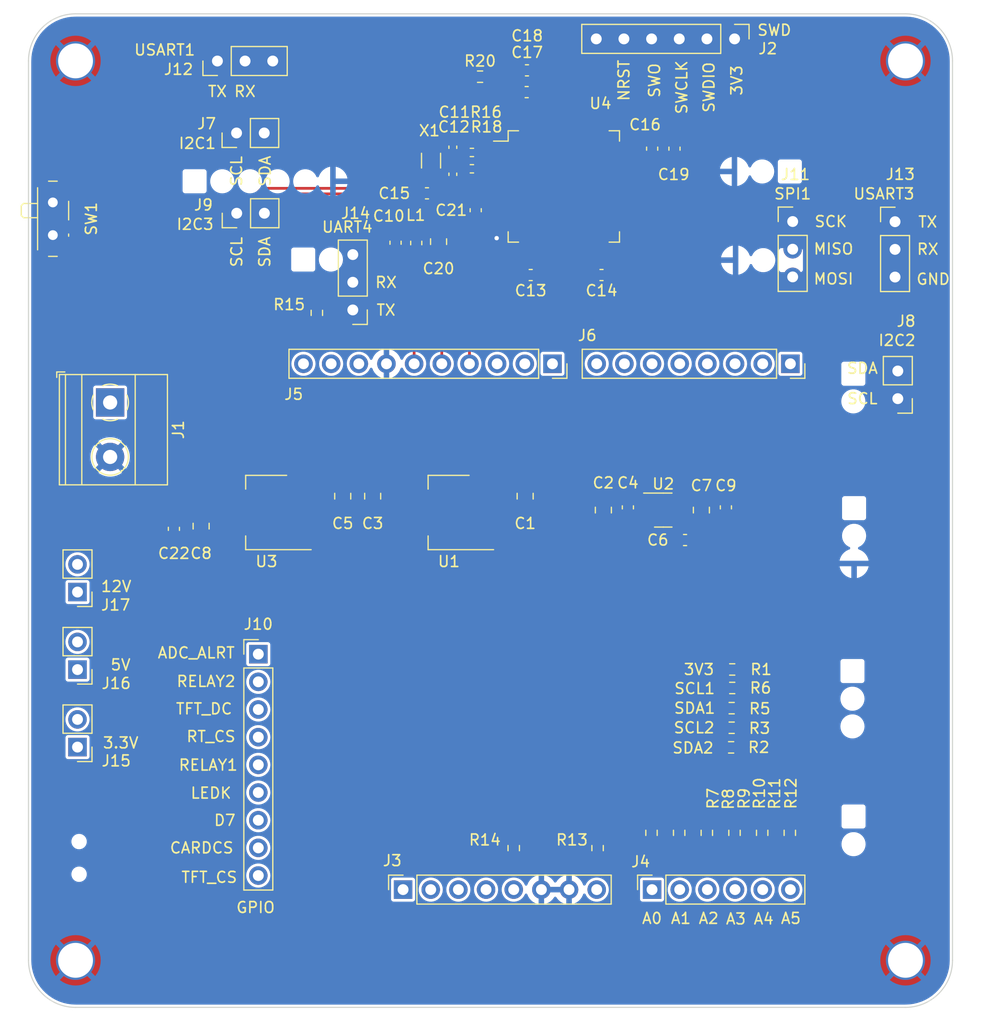
<source format=kicad_pcb>
(kicad_pcb (version 20211014) (generator pcbnew)
  (layers (0 "F.Cu" signal) (31 "B.Cu" power) (34 "B.Paste" user) (35 "F.Paste" user) (36 "B.SilkS" user "B.Silkscreen") (37 "F.SilkS" user "F.Silkscreen") (38 "B.Mask" user) (39 "F.Mask" user) (44 "Edge.Cuts" user))
  (net 0 "")
  (net 1 "+12V")
  (net 2 "GND")
  (net 3 "+5V")
  (net 4 "Net-(C6-Pad1)")
  (net 5 "VMEM")
  (net 6 "+3.3V")
  (net 7 "+3.3VA")
  (net 8 "/CRYSTAL_IN")
  (net 9 "/CRYSTAL_OUT")
  (net 10 "STM_NRST")
  (net 11 "SWDIO")
  (net 12 "SWCLK")
  (net 13 "SWO")
  (net 14 "Net-(J3-Pad1)")
  (net 15 "Net-(J3-Pad8)")
  (net 16 "/ARD.A0-ADC")
  (net 17 "/ARD.A1-ADC")
  (net 18 "/ARD.A2-ADC")
  (net 19 "/ARD.A3-ADC")
  (net 20 "/ARD.A4-ADC")
  (net 21 "/ARD.A5-ADC")
  (net 22 "RT_CS")
  (net 23 "TFT_DC")
  (net 24 "TFT_CS")
  (net 25 "SPI1_MOSI")
  (net 26 "SPI1_MISO")
  (net 27 "SPI1_SCK")
  (net 28 "/ARD_3V3A")
  (net 29 "I2C1_SDA")
  (net 30 "I2C1_SCL")
  (net 31 "UART4_TX")
  (net 32 "UART4_RX")
  (net 34 "LEDK")
  (net 35 "CARDCS_5V")
  (net 36 "RELAY2_CTRL")
  (net 37 "RELAY1_CTRL")
  (net 38 "D7")
  (net 39 "I2C2_SCL")
  (net 40 "I2C2_SDA")
  (net 41 "I2C3_SCL")
  (net 42 "I2C3_SDA")
  (net 43 "ADC_ALERT")
  (net 44 "USART1_RX")
  (net 45 "USART1_TX")
  (net 46 "USART3_TX")
  (net 47 "USART3_RX")
  (net 48 "/I2C_PULL_3V3")
  (net 56 "OSC32IN")
  (net 57 "OSC32OUT")
  (net 58 "Net-(R20-Pad1)")
  (net 59 "/BOOT0")
  (footprint "Package_TO_SOT_SMD:SOT-23-5" (layer "F.Cu") (at 162.108 96.586)
    (fp_text reference "U2")
    (fp_text value "LD3985M33R_SOT23")
  )
  (footprint "Resistor_SMD:R_0603_1608Metric" (layer "F.Cu") (at 130.302 78.486 -90)
    (fp_text reference "R15")
    (fp_text value "0R")
  )
  (footprint "Resistor_SMD:R_0402_1005Metric" (layer "F.Cu") (at 144.538 65.264)
    (fp_text reference "R18")
    (fp_text value "0")
  )
  (footprint "Connector_PinHeader_2.54mm:PinHeader_1x03_P2.54mm_Vertical" (layer "F.Cu") (at 133.604 78.217 180)
    (fp_text reference "J14")
    (fp_text value "UART4")
  )
  (footprint "Connector_PinSocket_2.54mm:PinSocket_1x08_P2.54mm_Vertical" (layer "F.Cu") (at 138.218 131.419 90)
    (fp_text reference "J3")
    (fp_text value "Conn_01x08")
  )
  (footprint "Capacitor_SMD:C_0805_2012Metric" (layer "F.Cu") (at 119.678 98.059 -90)
    (fp_text reference "C8")
    (fp_text value "10uF")
  )
  (footprint "Resistor_SMD:R_0603_1608Metric" (layer "F.Cu") (at 168.389 116.564)
    (fp_text reference "R3")
    (fp_text value "2k2")
  )
  (footprint "Capacitor_SMD:C_0805_2012Metric" (layer "F.Cu") (at 132.678 95.309 -90)
    (fp_text reference "C5")
    (fp_text value "10uF")
  )
  (footprint "Capacitor_SMD:C_0603_1608Metric" (layer "F.Cu") (at 156.438 75.014 180)
    (fp_text reference "C14")
    (fp_text value "100nF")
  )
  (footprint "Capacitor_SMD:C_0603_1608Metric" (layer "F.Cu") (at 144.888 69.064 90)
    (fp_text reference "C21")
    (fp_text value "100nF")
  )
  (footprint "Capacitor_SMD:C_0402_1005Metric" (layer "F.Cu") (at 142.788 63.284 -90)
    (fp_text reference "C11")
    (fp_text value "5.1 pF")
  )
  (footprint "Connector_PinHeader_2.54mm:PinHeader_1x03_P2.54mm_Vertical" (layer "F.Cu") (at 121.173 55.372 90)
    (fp_text reference "J12")
    (fp_text value "USART1")
  )
  (footprint "Resistor_SMD:R_0603_1608Metric" (layer "F.Cu") (at 161.028 126.209 90)
    (fp_text reference "R7")
    (fp_text value "0 - DNI")
  )
  (footprint "Resistor_SMD:R_0603_1608Metric" (layer "F.Cu") (at 171.188 126.209 90)
    (fp_text reference "R11")
    (fp_text value "0 - DNI")
  )
  (footprint "Capacitor_SMD:C_0603_1608Metric" (layer "F.Cu") (at 149.568 58.226)
    (fp_text reference "C17")
    (fp_text value "100nF")
  )
  (footprint "Resistor_SMD:R_0402_1005Metric" (layer "F.Cu") (at 144.538 63.764)
    (fp_text reference "R16")
    (fp_text value "0")
  )
  (footprint "Connector_PinHeader_2.54mm:PinHeader_1x02_P2.54mm_Vertical" (layer "F.Cu") (at 108.328 104.109 180)
    (fp_text reference "J17")
    (fp_text value "12V")
  )
  (footprint "Resistor_SMD:R_0603_1608Metric" (layer "F.Cu") (at 168.339 118.364)
    (fp_text reference "R2")
    (fp_text value "2k2")
  )
  (footprint "Resistor_SMD:R_0603_1608Metric" (layer "F.Cu") (at 168.439 111.214)
    (fp_text reference "R1")
    (fp_text value "0")
  )
  (footprint "Resistor_SMD:R_0603_1608Metric" (layer "F.Cu") (at 166.108 126.209 90)
    (fp_text reference "R9")
    (fp_text value "0 - DNI")
  )
  (footprint "TerminalBlock_Phoenix:TerminalBlock_Phoenix_MKDS-1,5-2_1x02_P5.00mm_Horizontal" (layer "F.Cu") (at 111.323 86.709 -90)
    (fp_text reference "J1")
    (fp_text value "12V IN")
  )
  (footprint "Capacitor_SMD:C_0603_1608Metric" (layer "F.Cu") (at 137.528 72.048 90)
    (fp_text reference "C10")
    (fp_text value "100nF")
  )
  (footprint "MountingHole:MountingHole_3.2mm_M3_DIN965_Pad_TopOnly" (layer "F.Cu") (at 108.146 137.909)
    (fp_text reference "H4")
    (fp_text value "MountingHole_Pad")
  )
  (footprint "Capacitor_SMD:C_0603_1608Metric" (layer "F.Cu") (at 161.088 63.414 -90)
    (fp_text reference "C16")
    (fp_text value "100nF")
  )
  (footprint "Capacitor_SMD:C_0805_2012Metric" (layer "F.Cu") (at 156.608 96.586 -90)
    (fp_text reference "C2")
    (fp_text value "1uF")
  )
  (footprint "Resistor_SMD:R_0603_1608Metric" (layer "F.Cu") (at 148.378 127.609 -90)
    (fp_text reference "R14")
    (fp_text value "1k")
  )
  (footprint "Connector_PinHeader_2.54mm:PinHeader_1x02_P2.54mm_Vertical" (layer "F.Cu") (at 108.328 111.226 180)
    (fp_text reference "J16")
    (fp_text value "5V")
  )
  (footprint "MountingHole:MountingHole_3.2mm_M3_DIN965_Pad_TopOnly" (layer "F.Cu") (at 184.346 137.909)
    (fp_text reference "H3")
    (fp_text value "MountingHole_Pad")
  )
  (footprint "Capacitor_SMD:C_0805_2012Metric" (layer "F.Cu") (at 149.428 95.309 -90)
    (fp_text reference "C1")
    (fp_text value "10uF")
  )
  (footprint "Capacitor_SMD:C_0603_1608Metric" (layer "F.Cu") (at 158.858 96.336 -90)
    (fp_text reference "C4")
    (fp_text value "100nF")
  )
  (footprint "Capacitor_SMD:C_0603_1608Metric" (layer "F.Cu") (at 167.858 96.336 -90)
    (fp_text reference "C9")
    (fp_text value "100nF")
  )
  (footprint "Resistor_SMD:R_0603_1608Metric" (layer "F.Cu") (at 156.078 127.609 90)
    (fp_text reference "R13")
    (fp_text value "0 - DNI")
  )
  (footprint "Capacitor_SMD:C_0603_1608Metric" (layer "F.Cu") (at 164.108 99.336)
    (fp_text reference "C6")
    (fp_text value "10nF")
  )
  (footprint "Capacitor_SMD:C_0402_1005Metric" (layer "F.Cu") (at 142.788 65.764 90)
    (fp_text reference "C12")
    (fp_text value "5.1 pF")
  )
  (footprint "Capacitor_SMD:C_0805_2012Metric" (layer "F.Cu") (at 135.428 95.309 -90)
    (fp_text reference "C3")
    (fp_text value "10uF")
  )
  (footprint "Connector_PinHeader_2.54mm:PinHeader_1x02_P2.54mm_Vertical" (layer "F.Cu") (at 183.642 86.36 180)
    (fp_text reference "J8")
    (fp_text value "I2C2")
  )
  (footprint "Resistor_SMD:R_0603_1608Metric" (layer "F.Cu") (at 145.288 56.809)
    (fp_text reference "R20")
    (fp_text value "10k")
  )
  (footprint "Inductor_SMD:L_0603_1608Metric" (layer "F.Cu") (at 139.428 72.073 90)
    (fp_text reference "L1")
    (fp_text value "FCM1608KF-601T03")
  )
  (footprint "Crystal:Crystal_SMD_3215-2Pin_3.2x1.5mm" (layer "F.Cu") (at 140.788 64.514 -90)
    (fp_text reference "X1")
    (fp_text value "NX3215SA-32.768K")
  )
  (footprint "Connector_PinHeader_2.54mm:PinHeader_1x06_P2.54mm_Vertical" (layer "F.Cu") (at 168.656 53.34 -90)
    (fp_text reference "J2")
    (fp_text value "SWD")
  )
  (footprint "Button_Switch_SMD:SW_SPDT_PCM12" (layer "F.Cu") (at 106.393 69.85 -90)
    (fp_text reference "SW1")
    (fp_text value "SW_SPDT")
  )
  (footprint "Capacitor_SMD:C_0603_1608Metric" (layer "F.Cu") (at 163.138 63.414 -90)
    (fp_text reference "C19")
    (fp_text value "100nF")
  )
  (footprint "Capacitor_SMD:C_0603_1608Metric" (layer "F.Cu") (at 140.413 67.514 180)
    (fp_text reference "C15")
    (fp_text value "100nF")
  )
  (footprint "Resistor_SMD:R_0603_1608Metric" (layer "F.Cu") (at 168.648 126.209 90)
    (fp_text reference "R10")
    (fp_text value "0 - DNI")
  )
  (footprint "Connector_PinHeader_2.54mm:PinHeader_1x02_P2.54mm_Vertical" (layer "F.Cu") (at 108.328 118.338 180)
    (fp_text reference "J15")
    (fp_text value "3.3V")
  )
  (footprint "Package_QFP:LQFP-64_10x10mm_P0.5mm" (layer "F.Cu") (at 152.978 66.884)
    (fp_text reference "U4")
    (fp_text value "STM32L476RGTx")
  )
  (footprint "Connector_PinSocket_2.54mm:PinSocket_1x06_P2.54mm_Vertical" (layer "F.Cu") (at 161.078 131.419 90)
    (fp_text reference "J4")
    (fp_text value "Conn_01x06")
  )
  (footprint "Capacitor_SMD:C_0603_1608Metric" (layer "F.Cu") (at 149.938 75.014 180)
    (fp_text reference "C13")
    (fp_text value "100nF")
  )
  (footprint "Connector_PinHeader_2.54mm:PinHeader_1x02_P2.54mm_Vertical" (layer "F.Cu") (at 122.946 69.342 90)
    (fp_text reference "J9")
    (fp_text value "I2C3")
  )
  (footprint "Resistor_SMD:R_0603_1608Metric" (layer "F.Cu") (at 168.389 114.764)
    (fp_text reference "R5")
    (fp_text value "2k2")
  )
  (footprint "MountingHole:MountingHole_3.2mm_M3_DIN965_Pad_TopOnly" (layer "F.Cu") (at 108.146 55.359)
    (fp_text reference "H1")
    (fp_text value "MountingHole_Pad")
  )
  (footprint "Connector_PinHeader_2.54mm:PinHeader_1x03_P2.54mm_Vertical" (layer "F.Cu") (at 183.388 70.119)
    (fp_text reference "J13")
    (fp_text value "USART3")
  )
  (footprint "Capacitor_SMD:C_0805_2012Metric" (layer "F.Cu") (at 141.478 71.948 90)
    (fp_text reference "C20")
    (fp_text value "1uF")
  )
  (footprint "Resistor_SMD:R_0603_1608Metric" (layer "F.Cu") (at 163.568 126.209 90)
    (fp_text reference "R8")
    (fp_text value "0 - DNI")
  )
  (footprint "Connector_PinHeader_2.54mm:PinHeader_1x03_P2.54mm_Vertical" (layer "F.Cu") (at 173.99 70.104)
    (fp_text reference "J11")
    (fp_text value "SPI1")
  )
  (footprint "Capacitor_SMD:C_0603_1608Metric" (layer "F.Cu") (at 149.593 56.226)
    (fp_text reference "C18")
    (fp_text value "100nF")
  )
  (footprint "Connector_PinHeader_2.54mm:PinHeader_1x02_P2.54mm_Vertical" (layer "F.Cu") (at 122.931 61.976 90)
    (fp_text reference "J7")
    (fp_text value "I2C1")
  )
  (footprint "Resistor_SMD:R_0603_1608Metric" (layer "F.Cu") (at 168.439 112.914)
    (fp_text reference "R6")
    (fp_text value "2k2")
  )
  (footprint "Capacitor_SMD:C_0603_1608Metric" (layer "F.Cu") (at 117.178 98.309 -90)
    (fp_text reference "C22")
    (fp_text value "100nF")
  )
  (footprint "Resistor_SMD:R_0603_1608Metric" (layer "F.Cu") (at 173.728 126.209 90)
    (fp_text reference "R12")
    (fp_text value "0 ")
  )
  (footprint "MountingHole:MountingHole_3.2mm_M3_DIN965_Pad_TopOnly" (layer "F.Cu") (at 184.346 55.359)
    (fp_text reference "H2")
    (fp_text value "MountingHole_Pad")
  )
  (footprint "Connector_PinSocket_2.54mm:PinSocket_1x08_P2.54mm_Vertical" (layer "F.Cu") (at 173.778 83.159 -90)
    (fp_text reference "J6")
    (fp_text value "Conn_01x08")
  )
  (footprint "Package_TO_SOT_SMD:SOT-223-3_TabPin2" (layer "F.Cu") (at 142.428 96.809 180)
    (fp_text reference "U1")
    (fp_text value "LD1117S50TR_SOT223")
  )
  (footprint "Connector_PinSocket_2.54mm:PinSocket_1x10_P2.54mm_Vertical" (layer "F.Cu") (at 151.934 83.159 -90)
    (fp_text reference "J5")
    (fp_text value "Conn_01x10")
  )
  (footprint "Capacitor_SMD:C_0805_2012Metric" (layer "F.Cu") (at 165.608 96.586 -90)
    (fp_text reference "C7")
    (fp_text value "1uF")
  )
  (footprint "Package_TO_SOT_SMD:SOT-223-3_TabPin2" (layer "F.Cu") (at 125.678 96.809 180)
    (fp_text reference "U3")
    (fp_text value "LD1117S33TR_SOT223")
  )
  (footprint "Connector_PinHeader_2.54mm:PinHeader_1x09_P2.54mm_Vertical" (layer "F.Cu") (at 124.928 109.809)
    (fp_text reference "J10")
    (fp_text value "GPIO")
  )
  (gr_line (start 188.664 55.359) (end 188.664 137.909) (layer "Edge.Cuts") (width 0.1))
  (gr_arc (start 103.828 55.359) (mid 105.092713 52.305713) (end 108.146 51.041) (layer "Edge.Cuts") (width 0.1))
  (gr_line (start 184.346 51.041) (end 108.146 51.041) (layer "Edge.Cuts") (width 0.1))
  (gr_line (start 184.346 142.227) (end 108.146 142.227) (layer "Edge.Cuts") (width 0.1))
  (gr_arc (start 108.146 142.227) (mid 105.092713 140.962287) (end 103.828 137.909) (layer "Edge.Cuts") (width 0.1))
  (gr_arc (start 188.664 137.909) (mid 187.399287 140.962287) (end 184.346 142.227) (layer "Edge.Cuts") (width 0.1))
  (gr_arc (start 184.346 51.041) (mid 187.399287 52.305713) (end 188.664 55.359) (layer "Edge.Cuts") (width 0.1))
  (gr_line (start 103.828 137.909) (end 103.828 55.359) (layer "Edge.Cuts") (width 0.1))
  (segment (start 155.638 74.114) (end 155.638 74.989) (width 0.3) (layer "F.Cu") (net 2))
  (segment (start 149.238 74.939) (end 149.163 75.014) (width 0.3) (layer "F.Cu") (net 2))
  (segment (start 158.653 63.634) (end 159.9 63.634) (width 0.25) (layer "F.Cu") (net 2))
  (segment (start 159.9 63.634) (end 160.455 64.189) (width 0.25) (layer "F.Cu") (net 2))
  (segment (start 163.138 64.189) (end 161.088 64.189) (width 0.5) (layer "F.Cu") (net 2))
  (segment (start 149.728 73.509) (end 149.163 74.074) (width 0.3) (layer "F.Cu") (net 2))
  (segment (start 149.728 72.559) (end 149.728 73.509) (width 0.3) (layer "F.Cu") (net 2))
  (segment (start 156.228 72.559) (end 156.228 73.524) (width 0.3) (layer "F.Cu") (net 2))
  (segment (start 149.163 74.074) (end 149.163 75.014) (width 0.3) (layer "F.Cu") (net 2))
  (segment (start 150.343 58.445) (end 150.343 58.226) (width 0.25) (layer "F.Cu") (net 2))
  (segment (start 149.728 59.06) (end 150.343 58.445) (width 0.25) (layer "F.Cu") (net 2))
  (segment (start 156.228 73.524) (end 155.638 74.114) (width 0.3) (layer "F.Cu") (net 2))
  (segment (start 150.368 56.226) (end 150.368 58.201) (width 0.5) (layer "F.Cu") (net 2))
  (segment (start 161.063 64.214) (end 161.088 64.189) (width 0.3) (layer "F.Cu") (net 2))
  (segment (start 160.455 64.189) (end 161.088 64.189) (width 0.25) (layer "F.Cu") (net 2))
  (segment (start 146.013 68.289) (end 144.888 68.289) (width 0.3) (layer "F.Cu") (net 2))
  (segment (start 146.358 68.634) (end 146.013 68.289) (width 0.3) (layer "F.Cu") (net 2))
  (segment (start 149.728 61.209) (end 149.728 59.06) (width 0.25) (layer "F.Cu") (net 2))
  (segment (start 147.303 68.634) (end 146.358 68.634) (width 0.3) (layer "F.Cu") (net 2))
  (segment (start 155.638 74.989) (end 155.663 75.014) (width 0.3) (layer "F.Cu") (net 2))
  (segment (start 150.228 73.435041) (end 150.713 73.920041) (width 0.3) (layer "F.Cu") (net 6))
  (segment (start 150.713 73.920041) (end 150.713 75.014) (width 0.3) (layer "F.Cu") (net 6))
  (segment (start 160.963 62.514) (end 161.088 62.639) (width 0.3) (layer "F.Cu") (net 6))
  (segment (start 148.336 59.69) (end 148.336 58.683) (width 0.25) (layer "F.Cu") (net 6))
  (segment (start 150.228 72.559) (end 150.228 73.435041) (width 0.3) (layer "F.Cu") (net 6))
  (segment (start 148.336 58.683) (end 148.793 58.226) (width 0.25) (layer "F.Cu") (net 6))
  (segment (start 148.818 56.226) (end 148.818 58.201) (width 0.5) (layer "F.Cu") (net 6))
  (segment (start 150.738 74.989) (end 150.713 75.014) (width 0.3) (layer "F.Cu") (net 6))
  (segment (start 157.238 74.014) (end 157.238 74.989) (width 0.3) (layer "F.Cu") (net 6))
  (segment (start 158.718 63.134) (end 159.338 62.514) (width 0.3) (layer "F.Cu") (net 6))
  (segment (start 158.653 63.134) (end 158.718 63.134) (width 0.3) (layer "F.Cu") (net 6))
  (segment (start 159.338 62.514) (end 160.963 62.514) (width 0.3) (layer "F.Cu") (net 6))
  (segment (start 156.728 73.504) (end 157.238 74.014) (width 0.3) (layer "F.Cu") (net 6))
  (segment (start 149.228 61.209) (end 149.228 60.582) (width 0.25) (layer "F.Cu") (net 6))
  (segment (start 149.228 60.582) (end 148.336 59.69) (width 0.25) (layer "F.Cu") (net 6))
  (segment (start 156.728 72.559) (end 156.728 73.504) (width 0.3) (layer "F.Cu") (net 6))
  (segment (start 157.238 74.989) (end 157.213 75.014) (width 0.3) (layer "F.Cu") (net 6))
  (segment (start 163.138 62.639) (end 161.088 62.639) (width 0.5) (layer "F.Cu") (net 6))
  (segment (start 142.494 72.898) (end 143.002 72.39) (width 0.5) (layer "F.Cu") (net 7))
  (segment (start 146.418 69.134) (end 145.713 69.839) (width 0.3) (layer "F.Cu") (net 7))
  (segment (start 144.788 69.939) (end 144.888 69.839) (width 0.5) (layer "F.Cu") (net 7))
  (segment (start 139.4655 72.898) (end 139.428 72.8605) (width 0.5) (layer "F.Cu") (net 7))
  (segment (start 139.428 72.8605) (end 137.5655 72.8605) (width 0.5) (layer "F.Cu") (net 7))
  (segment (start 137.5655 72.8605) (end 137.528 72.823) (width 0.5) (layer "F.Cu") (net 7))
  (segment (start 143.002 72.39) (end 143.002 71.12) (width 0.5) (layer "F.Cu") (net 7))
  (segment (start 145.713 69.839) (end 144.888 69.839) (width 0.3) (layer "F.Cu") (net 7))
  (segment (start 143.002 71.12) (end 144.283 69.839) (width 0.5) (layer "F.Cu") (net 7))
  (segment (start 141.478 72.898) (end 142.494 72.898) (width 0.5) (layer "F.Cu") (net 7))
  (segment (start 144.283 69.839) (end 144.888 69.839) (width 0.5) (layer "F.Cu") (net 7))
  (segment (start 141.478 72.898) (end 139.4655 72.898) (width 0.5) (layer "F.Cu") (net 7))
  (segment (start 147.303 69.134) (end 146.418 69.134) (width 0.3) (layer "F.Cu") (net 7))
  (segment (start 142.088 63.264) (end 140.788 63.264) (width 0.3) (layer "F.Cu") (net 8))
  (segment (start 144.028 63.764) (end 142.788 63.764) (width 0.3) (layer "F.Cu") (net 8))
  (segment (start 142.788 63.764) (end 142.588 63.764) (width 0.3) (layer "F.Cu") (net 8))
  (segment (start 142.588 63.764) (end 142.088 63.264) (width 0.3) (layer "F.Cu") (net 8))
  (segment (start 144.028 65.264) (end 142.808 65.264) (width 0.3) (layer "F.Cu") (net 9))
  (segment (start 142.568 65.284) (end 142.088 65.764) (width 0.3) (layer "F.Cu") (net 9))
  (segment (start 142.788 65.284) (end 142.568 65.284) (width 0.3) (layer "F.Cu") (net 9))
  (segment (start 142.808 65.264) (end 142.788 65.284) (width 0.3) (layer "F.Cu") (net 9))
  (segment (start 142.088 65.764) (end 140.788 65.764) (width 0.3) (layer "F.Cu") (net 9))
  (segment (start 141.238 67.564) (end 141.188 67.514) (width 0.25) (layer "F.Cu") (net 10))
  (segment (start 143.921208 66.134) (end 142.494 67.561208) (width 0.25) (layer "F.Cu") (net 10))
  (segment (start 142.494 67.564) (end 141.238 67.564) (width 0.25) (layer "F.Cu") (net 10))
  (segment (start 147.303 66.134) (end 143.921208 66.134) (width 0.25) (layer "F.Cu") (net 10))
  (segment (start 142.494 67.561208) (end 142.494 67.564) (width 0.25) (layer "F.Cu") (net 10))
  (segment (start 164.084 65.532) (end 166.116 63.5) (width 0.25) (layer "F.Cu") (net 11))
  (segment (start 158.653 64.134) (end 159.638 64.134) (width 0.25) (layer "F.Cu") (net 11))
  (segment (start 160.02 64.516) (end 160.02 65.024) (width 0.25) (layer "F.Cu") (net 11))
  (segment (start 160.528 65.532) (end 164.084 65.532) (width 0.25) (layer "F.Cu") (net 11))
  (segment (start 160.02 65.024) (end 160.528 65.532) (width 0.25) (layer "F.Cu") (net 11))
  (segment (start 166.116 63.5) (end 166.116 53.34) (width 0.25) (layer "F.Cu") (net 11))
  (segment (start 159.638 64.134) (end 160.02 64.516) (width 0.25) (layer "F.Cu") (net 11))
  (segment (start 156.728 61.209) (end 156.718 61.199) (width 0.25) (layer "F.Cu") (net 12))
  (segment (start 157.734 58.166) (end 162.306 58.166) (width 0.25) (layer "F.Cu") (net 12))
  (segment (start 163.576 56.896) (end 163.576 53.34) (width 0.25) (layer "F.Cu") (net 12))
  (segment (start 156.718 61.199) (end 156.718 59.182) (width 0.25) (layer "F.Cu") (net 12))
  (segment (start 156.718 59.182) (end 157.734 58.166) (width 0.25) (layer "F.Cu") (net 12))
  (segment (start 162.306 58.166) (end 163.576 56.896) (width 0.25) (layer "F.Cu") (net 12))
  (segment (start 161.036 55.626) (end 161.036 53.34) (width 0.25) (layer "F.Cu") (net 13))
  (segment (start 153.728 61.209) (end 153.728 59.124) (width 0.25) (layer "F.Cu") (net 13))
  (segment (start 156.464 56.388) (end 160.274 56.388) (width 0.25) (layer "F.Cu") (net 13))
  (segment (start 153.728 59.124) (end 156.464 56.388) (width 0.25) (layer "F.Cu") (net 13))
  (segment (start 160.274 56.388) (end 161.036 55.626) (width 0.25) (layer "F.Cu") (net 13))
  (segment (start 147.303 71.137) (end 146.812 71.628) (width 0.25) (layer "F.Cu") (net 24))
  (segment (start 147.303 70.634) (end 147.303 71.137) (width 0.25) (layer "F.Cu") (net 24))
  (via (at 146.812 71.628) (size 0.8) (drill 0.4) (layers "F.Cu" "B.Cu") (net 24))
  (segment (start 152.228 73.485208) (end 152.654 73.911208) (width 0.25) (layer "F.Cu") (net 25))
  (segment (start 150.876 79.502) (end 144.526 79.502) (width 0.25) (layer "F.Cu") (net 25))
  (segment (start 144.314 79.714) (end 144.314 83.159) (width 0.25) (layer "F.Cu") (net 25))
  (segment (start 144.526 79.502) (end 144.314 79.714) (width 0.25) (layer "F.Cu") (net 25))
  (segment (start 152.654 73.911208) (end 152.654 77.724) (width 0.25) (layer "F.Cu") (net 25))
  (segment (start 152.228 72.559) (end 152.228 73.485208) (width 0.25) (layer "F.Cu") (net 25))
  (segment (start 152.654 77.724) (end 150.876 79.502) (width 0.25) (layer "F.Cu") (net 25))
  (segment (start 151.728 73.621604) (end 152.146 74.039604) (width 0.25) (layer "F.Cu") (net 26))
  (segment (start 142.748 78.994) (end 141.774 79.968) (width 0.25) (layer "F.Cu") (net 26))
  (segment (start 141.774 79.968) (end 141.774 83.159) (width 0.25) (layer "F.Cu") (net 26))
  (segment (start 152.146 77.47) (end 150.622 78.994) (width 0.25) (layer "F.Cu") (net 26))
  (segment (start 152.146 74.039604) (end 152.146 77.47) (width 0.25) (layer "F.Cu") (net 26))
  (segment (start 150.622 78.994) (end 142.748 78.994) (width 0.25) (layer "F.Cu") (net 26))
  (segment (start 151.728 72.559) (end 151.728 73.621604) (width 0.25) (layer "F.Cu") (net 26))
  (segment (start 139.234 83.159) (end 139.234 79.46) (width 0.25) (layer "F.Cu") (net 27))
  (segment (start 150.368 78.486) (end 151.638 77.216) (width 0.25) (layer "F.Cu") (net 27))
  (segment (start 139.234 79.46) (end 140.208 78.486) (width 0.25) (layer "F.Cu") (net 27))
  (segment (start 151.228 73.758) (end 151.228 72.559) (width 0.25) (layer "F.Cu") (net 27))
  (segment (start 140.208 78.486) (end 150.368 78.486) (width 0.25) (layer "F.Cu") (net 27))
  (segment (start 151.638 74.168) (end 151.228 73.758) (width 0.25) (layer "F.Cu") (net 27))
  (segment (start 151.638 77.216) (end 151.638 74.168) (width 0.25) (layer "F.Cu") (net 27))
  (segment (start 138.938 60.198) (end 127.249 60.198) (width 0.25) (layer "F.Cu") (net 29))
  (segment (start 151.638 58.42) (end 151.638 55.626) (width 0.25) (layer "F.Cu") (net 29))
  (segment (start 150.228 61.209) (end 150.228 59.83) (width 0.25) (layer "F.Cu") (net 29))
  (segment (start 150.228 59.83) (end 151.638 58.42) (width 0.25) (layer "F.Cu") (net 29))
  (segment (start 151.13 55.118) (end 144.018 55.118) (width 0.25) (layer "F.Cu") (net 29))
  (segment (start 151.638 55.626) (end 151.13 55.118) (width 0.25) (layer "F.Cu") (net 29))
  (segment (start 127.249 60.198) (end 125.471 61.976) (width 0.25) (layer "F.Cu") (net 29))
  (segment (start 144.018 55.118) (end 138.938 60.198) (width 0.25) (layer "F.Cu") (net 29))
  (segment (start 151.316396 54.668) (end 152.146 55.497604) (width 0.25) (layer "F.Cu") (net 30))
  (segment (start 150.728 60.092) (end 150.728 61.209) (width 0.25) (layer "F.Cu") (net 30))
  (segment (start 124.714 59.69) (end 138.809604 59.69) (width 0.25) (layer "F.Cu") (net 30))
  (segment (start 152.146 55.497604) (end 152.146 58.674) (width 0.25) (layer "F.Cu") (net 30))
  (segment (start 122.931 61.976) (end 122.931 61.473) (width 0.25) (layer "F.Cu") (net 30))
  (segment (start 122.931 61.473) (end 124.714 59.69) (width 0.25) (layer "F.Cu") (net 30))
  (segment (start 143.831604 54.668) (end 151.316396 54.668) (width 0.25) (layer "F.Cu") (net 30))
  (segment (start 138.809604 59.69) (end 143.831604 54.668) (width 0.25) (layer "F.Cu") (net 30))
  (segment (start 152.146 58.674) (end 150.728 60.092) (width 0.25) (layer "F.Cu") (net 30))
  (segment (start 134.381 78.217) (end 133.604 78.217) (width 0.3) (layer "F.Cu") (net 31))
  (segment (start 135.89 76.708) (end 134.381 78.217) (width 0.3) (layer "F.Cu") (net 31))
  (segment (start 148.844 71.12) (end 143.256 76.708) (width 0.3) (layer "F.Cu") (net 31))
  (segment (start 148.844 69.85) (end 148.844 71.12) (width 0.3) (layer "F.Cu") (net 31))
  (segment (start 148.628 69.634) (end 148.844 69.85) (width 0.3) (layer "F.Cu") (net 31))
  (segment (start 147.303 69.634) (end 148.628 69.634) (width 0.3) (layer "F.Cu") (net 31))
  (segment (start 143.256 76.708) (end 135.89 76.708) (width 0.3) (layer "F.Cu") (net 31))
  (segment (start 147.303 70.134) (end 146.274 70.134) (width 0.3) (layer "F.Cu") (net 32))
  (segment (start 146.05 72.39) (end 142.763 75.677) (width 0.3) (layer "F.Cu") (net 32))
  (segment (start 142.763 75.677) (end 133.604 75.677) (width 0.3) (layer "F.Cu") (net 32))
  (segment (start 146.274 70.134) (end 146.05 70.358) (width 0.3) (layer "F.Cu") (net 32))
  (segment (start 146.05 70.358) (end 146.05 72.39) (width 0.3) (layer "F.Cu") (net 32))
  (segment (start 144.057604 66.634) (end 143.256 67.435604) (width 0.25) (layer "F.Cu") (net 41))
  (segment (start 125.232 67.056) (end 122.946 69.342) (width 0.25) (layer "F.Cu") (net 41))
  (segment (start 136.652 68.834) (end 134.874 67.056) (width 0.25) (layer "F.Cu") (net 41))
  (segment (start 134.874 67.056) (end 125.232 67.056) (width 0.25) (layer "F.Cu") (net 41))
  (segment (start 147.303 66.634) (end 144.057604 66.634) (width 0.25) (layer "F.Cu") (net 41))
  (segment (start 141.986 68.834) (end 136.652 68.834) (width 0.25) (layer "F.Cu") (net 41))
  (segment (start 143.256 67.564) (end 141.986 68.834) (width 0.25) (layer "F.Cu") (net 41))
  (segment (start 143.256 67.435604) (end 143.256 67.564) (width 0.25) (layer "F.Cu") (net 41))
  (segment (start 147.303 67.134) (end 144.194 67.134) (width 0.25) (layer "F.Cu") (net 42))
  (segment (start 144.194 67.134) (end 143.764 67.564) (width 0.25) (layer "F.Cu") (net 42))
  (segment (start 134.62 67.564) (end 127.264 67.564) (width 0.25) (layer "F.Cu") (net 42))
  (segment (start 136.34 69.284) (end 134.62 67.564) (width 0.25) (layer "F.Cu") (net 42))
  (segment (start 142.172396 69.284) (end 136.34 69.284) (width 0.25) (layer "F.Cu") (net 42))
  (segment (start 143.764 67.692396) (end 142.172396 69.284) (width 0.25) (layer "F.Cu") (net 42))
  (segment (start 143.764 67.564) (end 143.764 67.692396) (width 0.25) (layer "F.Cu") (net 42))
  (segment (start 127.264 67.564) (end 125.486 69.342) (width 0.25) (layer "F.Cu") (net 42))
  (segment (start 124.888 54.197) (end 143.605 54.197) (width 0.25) (layer "F.Cu") (net 44))
  (segment (start 123.713 55.372) (end 124.888 54.197) (width 0.25) (layer "F.Cu") (net 44))
  (segment (start 151.502792 54.218) (end 152.654 55.369208) (width 0.25) (layer "F.Cu") (net 44))
  (segment (start 151.728 59.854) (end 151.728 61.209) (width 0.25) (layer "F.Cu") (net 44))
  (segment (start 143.626 54.218) (end 151.502792 54.218) (width 0.25) (layer "F.Cu") (net 44))
  (segment (start 152.654 55.369208) (end 152.654 58.928) (width 0.25) (layer "F.Cu") (net 44))
  (segment (start 152.654 58.928) (end 151.728 59.854) (width 0.25) (layer "F.Cu") (net 44))
  (segment (start 143.605 54.197) (end 143.626 54.218) (width 0.25) (layer "F.Cu") (net 44))
  (segment (start 153.104 55.182812) (end 151.689188 53.768) (width 0.25) (layer "F.Cu") (net 45))
  (segment (start 153.104 59.114396) (end 153.104 55.182812) (width 0.25) (layer "F.Cu") (net 45))
  (segment (start 151.689188 53.768) (end 144.018 53.768) (width 0.25) (layer "F.Cu") (net 45))
  (segment (start 152.228 61.209) (end 152.228 59.990396) (width 0.25) (layer "F.Cu") (net 45))
  (segment (start 122.798 53.747) (end 121.173 55.372) (width 0.25) (layer "F.Cu") (net 45))
  (segment (start 143.997 53.747) (end 122.798 53.747) (width 0.25) (layer "F.Cu") (net 45))
  (segment (start 152.228 59.990396) (end 153.104 59.114396) (width 0.25) (layer "F.Cu") (net 45))
  (segment (start 144.018 53.768) (end 143.997 53.747) (width 0.25) (layer "F.Cu") (net 45))
  (segment (start 146.358 64.134) (end 145.988 63.764) (width 0.3) (layer "F.Cu") (net 56))
  (segment (start 147.303 64.134) (end 146.358 64.134) (width 0.3) (layer "F.Cu") (net 56))
  (segment (start 145.988 63.764) (end 145.048 63.764) (width 0.3) (layer "F.Cu") (net 56))
  (segment (start 146.418 64.634) (end 145.738 65.314) (width 0.3) (layer "F.Cu") (net 57))
  (segment (start 147.303 64.634) (end 146.418 64.634) (width 0.3) (layer "F.Cu") (net 57))
  (segment (start 145.098 65.314) (end 145.048 65.264) (width 0.3) (layer "F.Cu") (net 57))
  (segment (start 145.738 65.314) (end 145.098 65.314) (width 0.3) (layer "F.Cu") (net 57))
  (zone (net 2) (net_name "GND") (layer "B.Cu") (connect_pads (clearance 0.254)) (min_thickness 0.254) (fill yes (thermal_gap 0.508) (thermal_bridge_width 0.508))
    (polygon (pts (xy 190.188 143.751) (xy 101.542 143.243) (xy 101.542 49.771) (xy 189.934 49.771)))
  )
)
</source>
